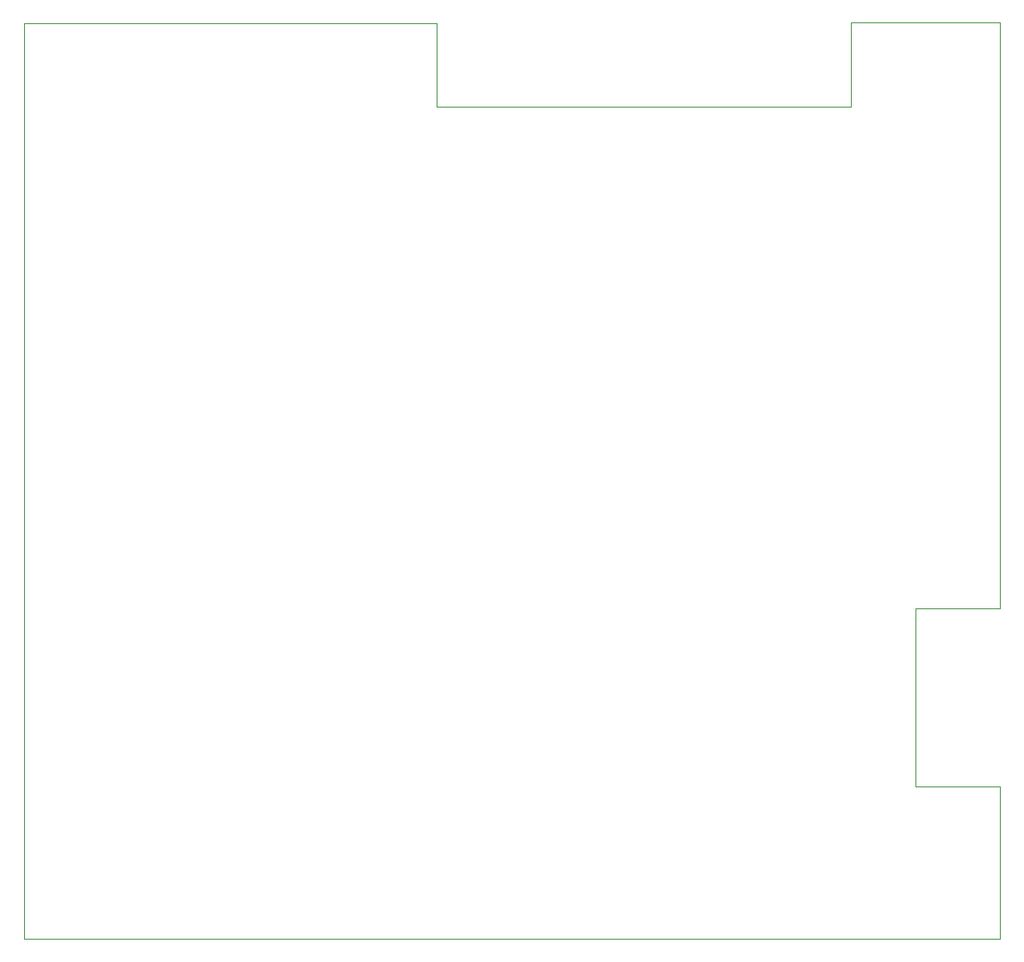
<source format=gbr>
%TF.GenerationSoftware,Altium Limited,Altium Designer,21.8.1 (53)*%
G04 Layer_Color=0*
%FSLAX45Y45*%
%MOMM*%
%TF.SameCoordinates,1CF0B822-2DD9-431B-A6BE-AAED35006C4B*%
%TF.FilePolarity,Positive*%
%TF.FileFunction,Profile,NP*%
%TF.Part,Single*%
G01*
G75*
%TA.AperFunction,Profile*%
%ADD91C,0.02540*%
D91*
X0Y0D02*
Y9010000D01*
X4050000D01*
Y8187500D01*
X8125000D01*
Y9017000D01*
X9590000Y9017000D01*
X9590000Y3254277D01*
X8761553D01*
Y1500000D01*
X9590000D01*
Y0D01*
X0D01*
%TF.MD5,87d7f6adbd54f774fdb0d5f8a7bdd152*%
M02*

</source>
